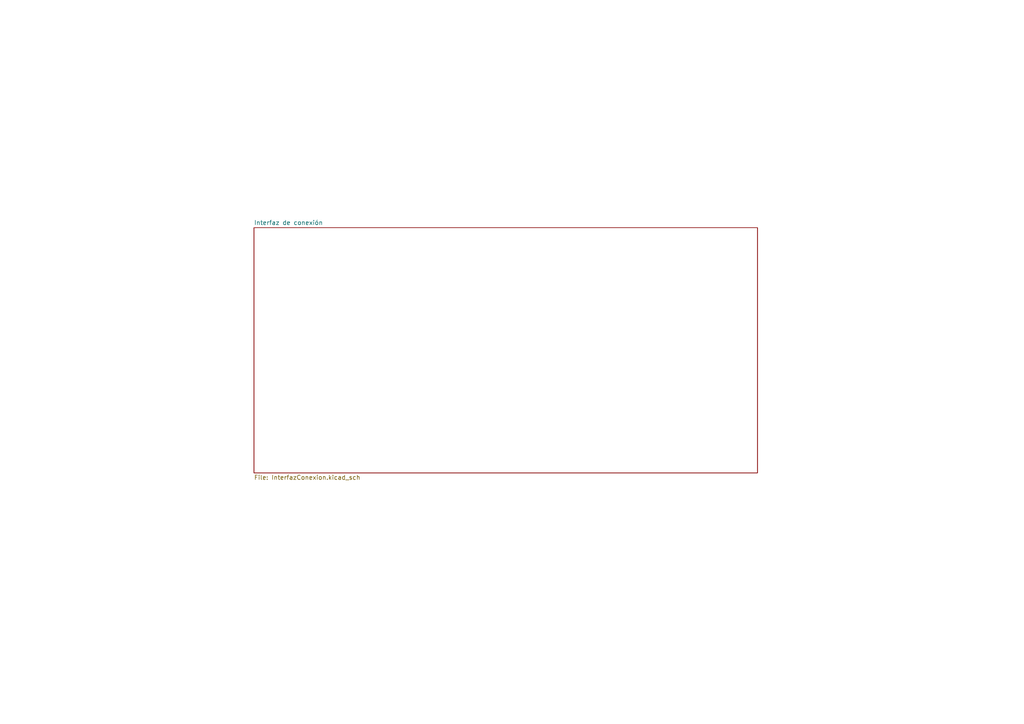
<source format=kicad_sch>
(kicad_sch
	(version 20250114)
	(generator "eeschema")
	(generator_version "9.0")
	(uuid "e60c11d9-ab9e-4760-a4a7-008fcec65a72")
	(paper "A4")
	(lib_symbols)
	(sheet
		(at 73.66 66.04)
		(size 146.05 71.12)
		(exclude_from_sim no)
		(in_bom yes)
		(on_board yes)
		(dnp no)
		(fields_autoplaced yes)
		(stroke
			(width 0.1524)
			(type solid)
		)
		(fill
			(color 0 0 0 0.0000)
		)
		(uuid "fc30a5fb-ff38-4397-8c78-21712589d910")
		(property "Sheetname" "Interfaz de conexión"
			(at 73.66 65.3284 0)
			(effects
				(font
					(size 1.27 1.27)
				)
				(justify left bottom)
			)
		)
		(property "Sheetfile" "InterfazConexion.kicad_sch"
			(at 73.66 137.7446 0)
			(effects
				(font
					(size 1.27 1.27)
				)
				(justify left top)
			)
		)
		(instances
			(project "PCB_Interfaz"
				(path "/e60c11d9-ab9e-4760-a4a7-008fcec65a72"
					(page "19")
				)
			)
		)
	)
	(sheet_instances
		(path "/"
			(page "1")
		)
	)
	(embedded_fonts no)
)

</source>
